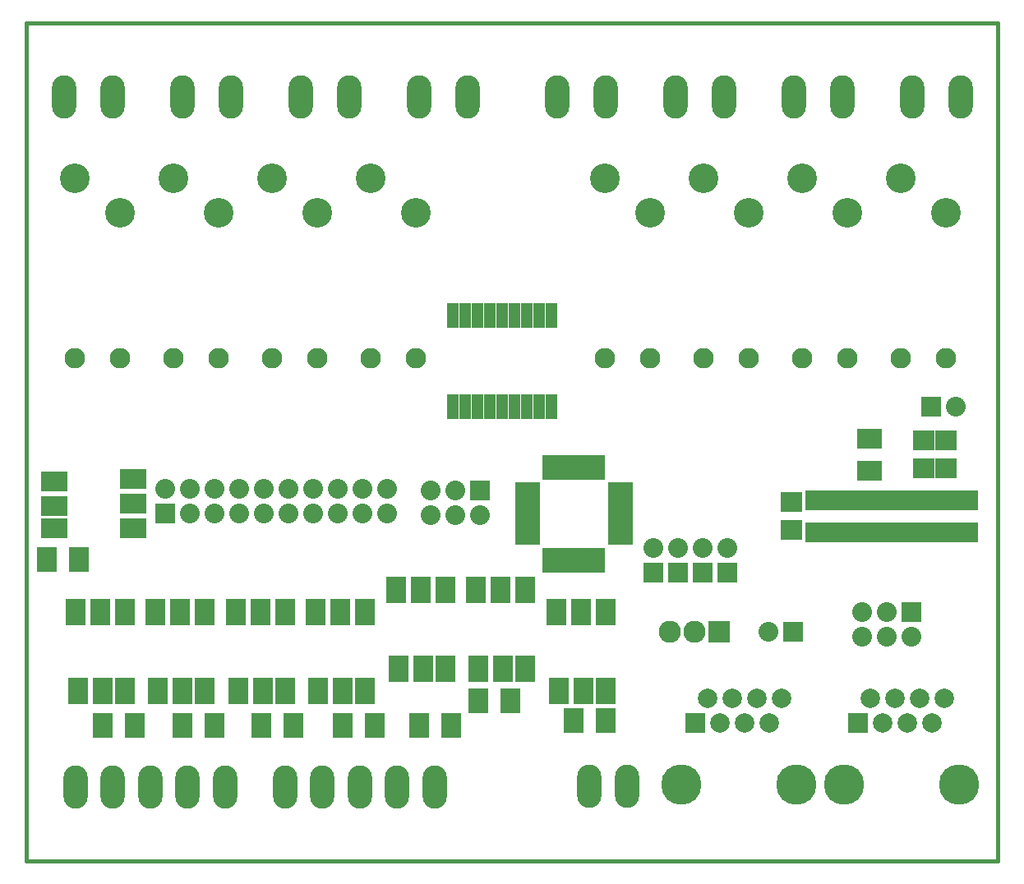
<source format=gts>
G04 (created by PCBNEW (2013-mar-13)-testing) date jeu. 09 mai 2013 09:34:03 CEST*
%MOIN*%
G04 Gerber Fmt 3.4, Leading zero omitted, Abs format*
%FSLAX34Y34*%
G01*
G70*
G90*
G04 APERTURE LIST*
%ADD10C,2.3622e-06*%
%ADD11C,0.015*%
%ADD12R,0.05X0.0987402*%
%ADD13R,0.08X0.08*%
%ADD14C,0.08*%
%ADD15R,0.0987X0.0377*%
%ADD16R,0.0377X0.0987*%
%ADD17R,0.082X0.11*%
%ADD18O,0.098X0.176*%
%ADD19R,0.0909X0.0829*%
%ADD20C,0.1637*%
%ADD21R,0.0791X0.0791*%
%ADD22C,0.0791*%
%ADD23R,0.08X0.1*%
%ADD24R,0.1X0.08*%
%ADD25R,0.11X0.082*%
%ADD26C,0.09*%
%ADD27R,0.09X0.09*%
%ADD28C,0.083*%
%ADD29C,0.12*%
G04 APERTURE END LIST*
G54D10*
G54D11*
X71500Y-62000D02*
X110900Y-62000D01*
X71500Y-28000D02*
X110900Y-28000D01*
X110900Y-28000D02*
X110800Y-28000D01*
X110900Y-62000D02*
X110900Y-28000D01*
X71500Y-62000D02*
X71500Y-28000D01*
G54D12*
X88800Y-43550D03*
X89300Y-43550D03*
X89800Y-43550D03*
X90300Y-43550D03*
X90800Y-43550D03*
X91300Y-43550D03*
X91800Y-43550D03*
X92300Y-43550D03*
X92800Y-43550D03*
X92800Y-39850D03*
X92300Y-39850D03*
X91800Y-39850D03*
X88800Y-39849D03*
X89300Y-39850D03*
X89800Y-39850D03*
X90300Y-39850D03*
X90800Y-39850D03*
X91300Y-39850D03*
G54D13*
X77150Y-47900D03*
G54D14*
X77150Y-46900D03*
X78150Y-47900D03*
X78150Y-46900D03*
X79150Y-47900D03*
X79150Y-46900D03*
X80150Y-47900D03*
X80150Y-46900D03*
X81150Y-47900D03*
X81150Y-46900D03*
X82150Y-47900D03*
X82150Y-46900D03*
X83150Y-47900D03*
X83150Y-46900D03*
X84150Y-47900D03*
X84150Y-46900D03*
X85150Y-47900D03*
X85150Y-46900D03*
X86150Y-47900D03*
X86150Y-46900D03*
G54D13*
X102600Y-52700D03*
G54D14*
X101600Y-52700D03*
G54D15*
X95596Y-46807D03*
X95596Y-47122D03*
X95596Y-47437D03*
X95596Y-47752D03*
X95596Y-48067D03*
X95596Y-48382D03*
X95596Y-48697D03*
X95596Y-49012D03*
X91830Y-49010D03*
X91830Y-46800D03*
X91830Y-47120D03*
X91830Y-47440D03*
X91830Y-47750D03*
X91830Y-48070D03*
X91830Y-48380D03*
X91830Y-48700D03*
G54D16*
X94812Y-49800D03*
X94498Y-49800D03*
X94182Y-49800D03*
X93868Y-49800D03*
X93552Y-49800D03*
X93238Y-49800D03*
X92922Y-49800D03*
X92608Y-49800D03*
X94810Y-46020D03*
X94500Y-46020D03*
X94180Y-46020D03*
X93870Y-46020D03*
X93560Y-46020D03*
X93240Y-46020D03*
X92920Y-46020D03*
X92600Y-46020D03*
G54D17*
X89850Y-54200D03*
X90850Y-54200D03*
X91750Y-54200D03*
X91750Y-51000D03*
X90750Y-51000D03*
X89750Y-51000D03*
X93100Y-55100D03*
X94100Y-55100D03*
X95000Y-55100D03*
X95000Y-51900D03*
X94000Y-51900D03*
X93000Y-51900D03*
X86600Y-54200D03*
X87600Y-54200D03*
X88500Y-54200D03*
X88500Y-51000D03*
X87500Y-51000D03*
X86500Y-51000D03*
X83350Y-55100D03*
X84350Y-55100D03*
X85250Y-55100D03*
X85250Y-51900D03*
X84250Y-51900D03*
X83250Y-51900D03*
X80100Y-55100D03*
X81100Y-55100D03*
X82000Y-55100D03*
X82000Y-51900D03*
X81000Y-51900D03*
X80000Y-51900D03*
X76850Y-55100D03*
X77850Y-55100D03*
X78750Y-55100D03*
X78750Y-51900D03*
X77750Y-51900D03*
X76750Y-51900D03*
X73600Y-55100D03*
X74600Y-55100D03*
X75500Y-55100D03*
X75500Y-51900D03*
X74500Y-51900D03*
X73500Y-51900D03*
G54D18*
X82000Y-59000D03*
X83515Y-59000D03*
X85031Y-59000D03*
X86547Y-59000D03*
X88062Y-59000D03*
X73500Y-59000D03*
X75015Y-59000D03*
X76531Y-59000D03*
X78047Y-59000D03*
X79562Y-59000D03*
G54D13*
X107400Y-51900D03*
G54D14*
X107400Y-52900D03*
X106400Y-51900D03*
X106400Y-52900D03*
X105400Y-51900D03*
X105400Y-52900D03*
G54D19*
X108800Y-46059D03*
X108800Y-44941D03*
X107900Y-46059D03*
X107900Y-44941D03*
X102550Y-48559D03*
X102550Y-47441D03*
G54D18*
X89390Y-31000D03*
X87420Y-31000D03*
X84590Y-31000D03*
X82620Y-31000D03*
X79790Y-31000D03*
X77820Y-31000D03*
X94990Y-31000D03*
X93020Y-31000D03*
X74990Y-31000D03*
X73020Y-31000D03*
X99790Y-31000D03*
X97820Y-31000D03*
X109390Y-31000D03*
X107420Y-31000D03*
X104590Y-31000D03*
X102620Y-31000D03*
G54D13*
X99950Y-50300D03*
G54D14*
X99950Y-49300D03*
G54D13*
X98950Y-50300D03*
G54D14*
X98950Y-49300D03*
G54D13*
X96950Y-50300D03*
G54D14*
X96950Y-49300D03*
G54D13*
X108200Y-43550D03*
G54D14*
X109200Y-43550D03*
G54D13*
X97950Y-50300D03*
G54D14*
X97950Y-49300D03*
G54D20*
X102738Y-58900D03*
X98065Y-58900D03*
G54D21*
X98650Y-56400D03*
G54D22*
X99150Y-55400D03*
X99650Y-56400D03*
X100150Y-55400D03*
X100650Y-56400D03*
X101150Y-55400D03*
X101650Y-56400D03*
X102150Y-55400D03*
G54D20*
X109338Y-58900D03*
X104665Y-58900D03*
G54D21*
X105250Y-56400D03*
G54D22*
X105750Y-55400D03*
X106250Y-56400D03*
X106750Y-55400D03*
X107250Y-56400D03*
X107750Y-55400D03*
X108250Y-56400D03*
X108750Y-55400D03*
G54D23*
X84350Y-56500D03*
X85650Y-56500D03*
G54D24*
X104600Y-48650D03*
X104600Y-47350D03*
X103600Y-48650D03*
X103600Y-47350D03*
X108600Y-48650D03*
X108600Y-47350D03*
X107600Y-48650D03*
X107600Y-47350D03*
X105700Y-44850D03*
X105700Y-46150D03*
G54D23*
X77850Y-56500D03*
X79150Y-56500D03*
G54D24*
X109600Y-48650D03*
X109600Y-47350D03*
G54D23*
X74600Y-56500D03*
X75900Y-56500D03*
X81050Y-56500D03*
X82350Y-56500D03*
X95000Y-56300D03*
X93700Y-56300D03*
X87450Y-56500D03*
X88750Y-56500D03*
X91150Y-55500D03*
X89850Y-55500D03*
G54D13*
X89900Y-46950D03*
G54D14*
X89900Y-47950D03*
X88900Y-46950D03*
X88900Y-47950D03*
X87900Y-46950D03*
X87900Y-47950D03*
G54D25*
X72650Y-46600D03*
X72650Y-47600D03*
X72650Y-48500D03*
X75850Y-48500D03*
X75850Y-47500D03*
X75850Y-46500D03*
G54D23*
X73650Y-49750D03*
X72350Y-49750D03*
G54D26*
X97600Y-52700D03*
X98600Y-52700D03*
G54D27*
X99600Y-52700D03*
G54D24*
X106600Y-47350D03*
X106600Y-48650D03*
X105600Y-47350D03*
X105600Y-48650D03*
G54D28*
X73453Y-41587D03*
X75303Y-41587D03*
G54D29*
X75303Y-35681D03*
X73453Y-34303D03*
G54D28*
X77453Y-41587D03*
X79303Y-41587D03*
G54D29*
X79303Y-35681D03*
X77453Y-34303D03*
G54D28*
X81453Y-41587D03*
X83303Y-41587D03*
G54D29*
X83303Y-35681D03*
X81453Y-34303D03*
G54D28*
X85453Y-41587D03*
X87303Y-41587D03*
G54D29*
X87303Y-35681D03*
X85453Y-34303D03*
G54D28*
X94953Y-41587D03*
X96803Y-41587D03*
G54D29*
X96803Y-35681D03*
X94953Y-34303D03*
G54D28*
X98953Y-41587D03*
X100803Y-41587D03*
G54D29*
X100803Y-35681D03*
X98953Y-34303D03*
G54D28*
X102953Y-41587D03*
X104803Y-41587D03*
G54D29*
X104803Y-35681D03*
X102953Y-34303D03*
G54D28*
X106953Y-41587D03*
X108803Y-41587D03*
G54D29*
X108803Y-35681D03*
X106953Y-34303D03*
G54D18*
X94350Y-58950D03*
X95865Y-58950D03*
M02*

</source>
